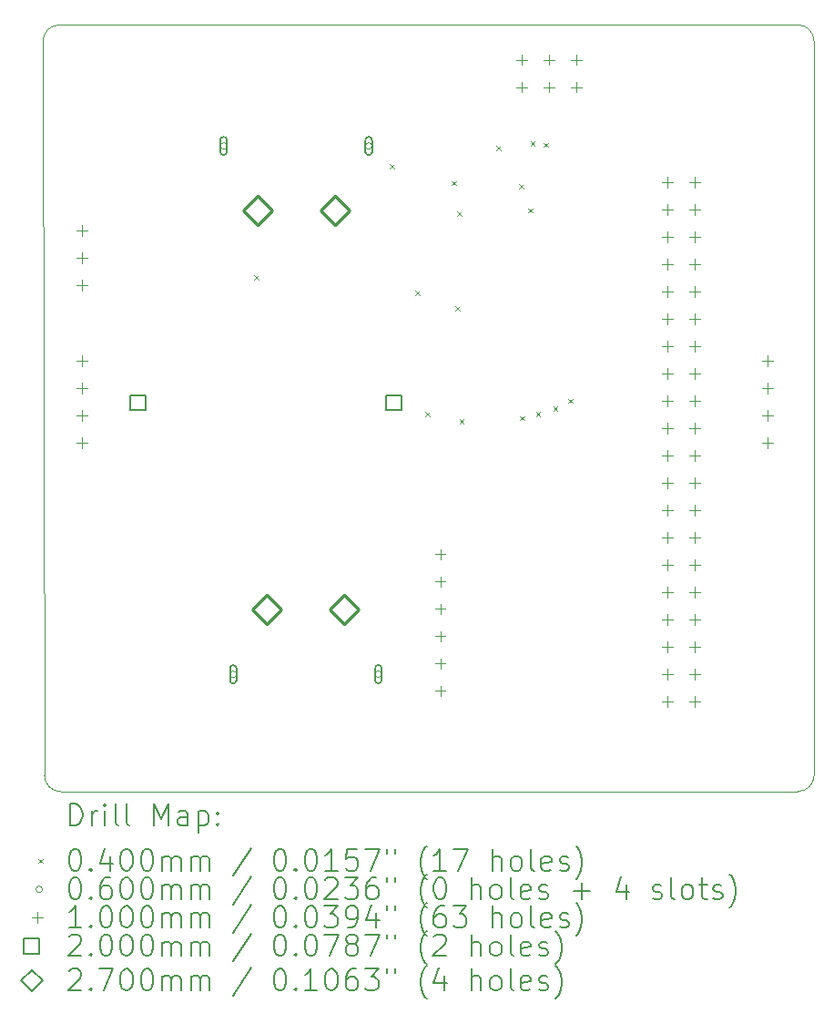
<source format=gbr>
%TF.GenerationSoftware,KiCad,Pcbnew,6.0.8-f2edbf62ab~116~ubuntu22.04.1*%
%TF.CreationDate,2022-11-23T04:07:16-05:00*%
%TF.ProjectId,Pi_HAT_V3,50695f48-4154-45f5-9633-2e6b69636164,rev?*%
%TF.SameCoordinates,Original*%
%TF.FileFunction,Drillmap*%
%TF.FilePolarity,Positive*%
%FSLAX45Y45*%
G04 Gerber Fmt 4.5, Leading zero omitted, Abs format (unit mm)*
G04 Created by KiCad (PCBNEW 6.0.8-f2edbf62ab~116~ubuntu22.04.1) date 2022-11-23 04:07:16*
%MOMM*%
%LPD*%
G01*
G04 APERTURE LIST*
%ADD10C,0.100000*%
%ADD11C,0.200000*%
%ADD12C,0.040000*%
%ADD13C,0.060000*%
%ADD14C,0.270000*%
G04 APERTURE END LIST*
D10*
X9446066Y-6476250D02*
X16315000Y-6473750D01*
X9446066Y-6476246D02*
G75*
G03*
X9296066Y-6626250I4J-150004D01*
G01*
X9310000Y-13450000D02*
X9296066Y-6626250D01*
X16316434Y-13598934D02*
G75*
G03*
X16466434Y-13448934I-4J150004D01*
G01*
X16465000Y-6623750D02*
X16466434Y-13448934D01*
X9310000Y-13450000D02*
G75*
G03*
X9460000Y-13600000I150000J0D01*
G01*
X16465000Y-6623750D02*
G75*
G03*
X16315000Y-6473750I-150000J0D01*
G01*
X16316434Y-13598934D02*
X9460000Y-13600000D01*
D11*
D12*
X11260000Y-8803050D02*
X11300000Y-8843050D01*
X11300000Y-8803050D02*
X11260000Y-8843050D01*
X12520000Y-7770000D02*
X12560000Y-7810000D01*
X12560000Y-7770000D02*
X12520000Y-7810000D01*
X12760000Y-8947950D02*
X12800000Y-8987950D01*
X12800000Y-8947950D02*
X12760000Y-8987950D01*
X12850000Y-10070000D02*
X12890000Y-10110000D01*
X12890000Y-10070000D02*
X12850000Y-10110000D01*
X13095000Y-7925000D02*
X13135000Y-7965000D01*
X13135000Y-7925000D02*
X13095000Y-7965000D01*
X13130000Y-9090000D02*
X13170000Y-9130000D01*
X13170000Y-9090000D02*
X13130000Y-9130000D01*
X13150000Y-8210000D02*
X13190000Y-8250000D01*
X13190000Y-8210000D02*
X13150000Y-8250000D01*
X13170000Y-10140000D02*
X13210000Y-10180000D01*
X13210000Y-10140000D02*
X13170000Y-10180000D01*
X13510000Y-7600000D02*
X13550000Y-7640000D01*
X13550000Y-7600000D02*
X13510000Y-7640000D01*
X13725000Y-7955000D02*
X13765000Y-7995000D01*
X13765000Y-7955000D02*
X13725000Y-7995000D01*
X13730000Y-10110000D02*
X13770000Y-10150000D01*
X13770000Y-10110000D02*
X13730000Y-10150000D01*
X13810000Y-8180000D02*
X13850000Y-8220000D01*
X13850000Y-8180000D02*
X13810000Y-8220000D01*
X13830000Y-7555000D02*
X13870000Y-7595000D01*
X13870000Y-7555000D02*
X13830000Y-7595000D01*
X13880000Y-10070000D02*
X13920000Y-10110000D01*
X13920000Y-10070000D02*
X13880000Y-10110000D01*
X13950000Y-7570000D02*
X13990000Y-7610000D01*
X13990000Y-7570000D02*
X13950000Y-7610000D01*
X14040000Y-10020000D02*
X14080000Y-10060000D01*
X14080000Y-10020000D02*
X14040000Y-10060000D01*
X14180000Y-9950000D02*
X14220000Y-9990000D01*
X14220000Y-9950000D02*
X14180000Y-9990000D01*
D13*
X11005000Y-7600000D02*
G75*
G03*
X11005000Y-7600000I-30000J0D01*
G01*
D11*
X10945000Y-7545000D02*
X10945000Y-7655000D01*
X11005000Y-7545000D02*
X11005000Y-7655000D01*
X10945000Y-7655000D02*
G75*
G03*
X11005000Y-7655000I30000J0D01*
G01*
X11005000Y-7545000D02*
G75*
G03*
X10945000Y-7545000I-30000J0D01*
G01*
D13*
X11095000Y-12510000D02*
G75*
G03*
X11095000Y-12510000I-30000J0D01*
G01*
D11*
X11095000Y-12565000D02*
X11095000Y-12455000D01*
X11035000Y-12565000D02*
X11035000Y-12455000D01*
X11095000Y-12455000D02*
G75*
G03*
X11035000Y-12455000I-30000J0D01*
G01*
X11035000Y-12565000D02*
G75*
G03*
X11095000Y-12565000I30000J0D01*
G01*
D13*
X12355000Y-7600000D02*
G75*
G03*
X12355000Y-7600000I-30000J0D01*
G01*
D11*
X12295000Y-7545000D02*
X12295000Y-7655000D01*
X12355000Y-7545000D02*
X12355000Y-7655000D01*
X12295000Y-7655000D02*
G75*
G03*
X12355000Y-7655000I30000J0D01*
G01*
X12355000Y-7545000D02*
G75*
G03*
X12295000Y-7545000I-30000J0D01*
G01*
D13*
X12445000Y-12510000D02*
G75*
G03*
X12445000Y-12510000I-30000J0D01*
G01*
D11*
X12445000Y-12565000D02*
X12445000Y-12455000D01*
X12385000Y-12565000D02*
X12385000Y-12455000D01*
X12445000Y-12455000D02*
G75*
G03*
X12385000Y-12455000I-30000J0D01*
G01*
X12385000Y-12565000D02*
G75*
G03*
X12445000Y-12565000I30000J0D01*
G01*
D10*
X9655000Y-8337500D02*
X9655000Y-8437500D01*
X9605000Y-8387500D02*
X9705000Y-8387500D01*
X9655000Y-8591500D02*
X9655000Y-8691500D01*
X9605000Y-8641500D02*
X9705000Y-8641500D01*
X9655000Y-8845500D02*
X9655000Y-8945500D01*
X9605000Y-8895500D02*
X9705000Y-8895500D01*
X9655000Y-9550000D02*
X9655000Y-9650000D01*
X9605000Y-9600000D02*
X9705000Y-9600000D01*
X9655000Y-9804000D02*
X9655000Y-9904000D01*
X9605000Y-9854000D02*
X9705000Y-9854000D01*
X9655000Y-10058000D02*
X9655000Y-10158000D01*
X9605000Y-10108000D02*
X9705000Y-10108000D01*
X9655000Y-10312000D02*
X9655000Y-10412000D01*
X9605000Y-10362000D02*
X9705000Y-10362000D01*
X12990000Y-11345000D02*
X12990000Y-11445000D01*
X12940000Y-11395000D02*
X13040000Y-11395000D01*
X12990000Y-11599000D02*
X12990000Y-11699000D01*
X12940000Y-11649000D02*
X13040000Y-11649000D01*
X12990000Y-11853000D02*
X12990000Y-11953000D01*
X12940000Y-11903000D02*
X13040000Y-11903000D01*
X12990000Y-12107000D02*
X12990000Y-12207000D01*
X12940000Y-12157000D02*
X13040000Y-12157000D01*
X12990000Y-12361000D02*
X12990000Y-12461000D01*
X12940000Y-12411000D02*
X13040000Y-12411000D01*
X12990000Y-12615000D02*
X12990000Y-12715000D01*
X12940000Y-12665000D02*
X13040000Y-12665000D01*
X13747500Y-6748500D02*
X13747500Y-6848500D01*
X13697500Y-6798500D02*
X13797500Y-6798500D01*
X13747500Y-7002500D02*
X13747500Y-7102500D01*
X13697500Y-7052500D02*
X13797500Y-7052500D01*
X14001500Y-6748500D02*
X14001500Y-6848500D01*
X13951500Y-6798500D02*
X14051500Y-6798500D01*
X14001500Y-7002500D02*
X14001500Y-7102500D01*
X13951500Y-7052500D02*
X14051500Y-7052500D01*
X14255500Y-6748500D02*
X14255500Y-6848500D01*
X14205500Y-6798500D02*
X14305500Y-6798500D01*
X14255500Y-7002500D02*
X14255500Y-7102500D01*
X14205500Y-7052500D02*
X14305500Y-7052500D01*
X15100000Y-7890000D02*
X15100000Y-7990000D01*
X15050000Y-7940000D02*
X15150000Y-7940000D01*
X15100000Y-8144000D02*
X15100000Y-8244000D01*
X15050000Y-8194000D02*
X15150000Y-8194000D01*
X15100000Y-8398000D02*
X15100000Y-8498000D01*
X15050000Y-8448000D02*
X15150000Y-8448000D01*
X15100000Y-8652000D02*
X15100000Y-8752000D01*
X15050000Y-8702000D02*
X15150000Y-8702000D01*
X15100000Y-8906000D02*
X15100000Y-9006000D01*
X15050000Y-8956000D02*
X15150000Y-8956000D01*
X15100000Y-9160000D02*
X15100000Y-9260000D01*
X15050000Y-9210000D02*
X15150000Y-9210000D01*
X15100000Y-9414000D02*
X15100000Y-9514000D01*
X15050000Y-9464000D02*
X15150000Y-9464000D01*
X15100000Y-9668000D02*
X15100000Y-9768000D01*
X15050000Y-9718000D02*
X15150000Y-9718000D01*
X15100000Y-9922000D02*
X15100000Y-10022000D01*
X15050000Y-9972000D02*
X15150000Y-9972000D01*
X15100000Y-10176000D02*
X15100000Y-10276000D01*
X15050000Y-10226000D02*
X15150000Y-10226000D01*
X15100000Y-10430000D02*
X15100000Y-10530000D01*
X15050000Y-10480000D02*
X15150000Y-10480000D01*
X15100000Y-10684000D02*
X15100000Y-10784000D01*
X15050000Y-10734000D02*
X15150000Y-10734000D01*
X15100000Y-10938000D02*
X15100000Y-11038000D01*
X15050000Y-10988000D02*
X15150000Y-10988000D01*
X15100000Y-11192000D02*
X15100000Y-11292000D01*
X15050000Y-11242000D02*
X15150000Y-11242000D01*
X15100000Y-11446000D02*
X15100000Y-11546000D01*
X15050000Y-11496000D02*
X15150000Y-11496000D01*
X15100000Y-11700000D02*
X15100000Y-11800000D01*
X15050000Y-11750000D02*
X15150000Y-11750000D01*
X15100000Y-11954000D02*
X15100000Y-12054000D01*
X15050000Y-12004000D02*
X15150000Y-12004000D01*
X15100000Y-12208000D02*
X15100000Y-12308000D01*
X15050000Y-12258000D02*
X15150000Y-12258000D01*
X15100000Y-12462000D02*
X15100000Y-12562000D01*
X15050000Y-12512000D02*
X15150000Y-12512000D01*
X15100000Y-12716000D02*
X15100000Y-12816000D01*
X15050000Y-12766000D02*
X15150000Y-12766000D01*
X15354000Y-7890000D02*
X15354000Y-7990000D01*
X15304000Y-7940000D02*
X15404000Y-7940000D01*
X15354000Y-8144000D02*
X15354000Y-8244000D01*
X15304000Y-8194000D02*
X15404000Y-8194000D01*
X15354000Y-8398000D02*
X15354000Y-8498000D01*
X15304000Y-8448000D02*
X15404000Y-8448000D01*
X15354000Y-8652000D02*
X15354000Y-8752000D01*
X15304000Y-8702000D02*
X15404000Y-8702000D01*
X15354000Y-8906000D02*
X15354000Y-9006000D01*
X15304000Y-8956000D02*
X15404000Y-8956000D01*
X15354000Y-9160000D02*
X15354000Y-9260000D01*
X15304000Y-9210000D02*
X15404000Y-9210000D01*
X15354000Y-9414000D02*
X15354000Y-9514000D01*
X15304000Y-9464000D02*
X15404000Y-9464000D01*
X15354000Y-9668000D02*
X15354000Y-9768000D01*
X15304000Y-9718000D02*
X15404000Y-9718000D01*
X15354000Y-9922000D02*
X15354000Y-10022000D01*
X15304000Y-9972000D02*
X15404000Y-9972000D01*
X15354000Y-10176000D02*
X15354000Y-10276000D01*
X15304000Y-10226000D02*
X15404000Y-10226000D01*
X15354000Y-10430000D02*
X15354000Y-10530000D01*
X15304000Y-10480000D02*
X15404000Y-10480000D01*
X15354000Y-10684000D02*
X15354000Y-10784000D01*
X15304000Y-10734000D02*
X15404000Y-10734000D01*
X15354000Y-10938000D02*
X15354000Y-11038000D01*
X15304000Y-10988000D02*
X15404000Y-10988000D01*
X15354000Y-11192000D02*
X15354000Y-11292000D01*
X15304000Y-11242000D02*
X15404000Y-11242000D01*
X15354000Y-11446000D02*
X15354000Y-11546000D01*
X15304000Y-11496000D02*
X15404000Y-11496000D01*
X15354000Y-11700000D02*
X15354000Y-11800000D01*
X15304000Y-11750000D02*
X15404000Y-11750000D01*
X15354000Y-11954000D02*
X15354000Y-12054000D01*
X15304000Y-12004000D02*
X15404000Y-12004000D01*
X15354000Y-12208000D02*
X15354000Y-12308000D01*
X15304000Y-12258000D02*
X15404000Y-12258000D01*
X15354000Y-12462000D02*
X15354000Y-12562000D01*
X15304000Y-12512000D02*
X15404000Y-12512000D01*
X15354000Y-12716000D02*
X15354000Y-12816000D01*
X15304000Y-12766000D02*
X15404000Y-12766000D01*
X16035000Y-9550000D02*
X16035000Y-9650000D01*
X15985000Y-9600000D02*
X16085000Y-9600000D01*
X16035000Y-9804000D02*
X16035000Y-9904000D01*
X15985000Y-9854000D02*
X16085000Y-9854000D01*
X16035000Y-10058000D02*
X16035000Y-10158000D01*
X15985000Y-10108000D02*
X16085000Y-10108000D01*
X16035000Y-10312000D02*
X16035000Y-10412000D01*
X15985000Y-10362000D02*
X16085000Y-10362000D01*
D11*
X10250711Y-10055711D02*
X10250711Y-9914289D01*
X10109289Y-9914289D01*
X10109289Y-10055711D01*
X10250711Y-10055711D01*
X12630711Y-10055711D02*
X12630711Y-9914289D01*
X12489289Y-9914289D01*
X12489289Y-10055711D01*
X12630711Y-10055711D01*
D14*
X11290000Y-8335000D02*
X11425000Y-8200000D01*
X11290000Y-8065000D01*
X11155000Y-8200000D01*
X11290000Y-8335000D01*
X11380000Y-12045000D02*
X11515000Y-11910000D01*
X11380000Y-11775000D01*
X11245000Y-11910000D01*
X11380000Y-12045000D01*
X12010000Y-8335000D02*
X12145000Y-8200000D01*
X12010000Y-8065000D01*
X11875000Y-8200000D01*
X12010000Y-8335000D01*
X12100000Y-12045000D02*
X12235000Y-11910000D01*
X12100000Y-11775000D01*
X11965000Y-11910000D01*
X12100000Y-12045000D01*
D11*
X9548685Y-13915476D02*
X9548685Y-13715476D01*
X9596304Y-13715476D01*
X9624876Y-13725000D01*
X9643923Y-13744048D01*
X9653447Y-13763095D01*
X9662971Y-13801190D01*
X9662971Y-13829762D01*
X9653447Y-13867857D01*
X9643923Y-13886905D01*
X9624876Y-13905952D01*
X9596304Y-13915476D01*
X9548685Y-13915476D01*
X9748685Y-13915476D02*
X9748685Y-13782143D01*
X9748685Y-13820238D02*
X9758209Y-13801190D01*
X9767733Y-13791667D01*
X9786780Y-13782143D01*
X9805828Y-13782143D01*
X9872495Y-13915476D02*
X9872495Y-13782143D01*
X9872495Y-13715476D02*
X9862971Y-13725000D01*
X9872495Y-13734524D01*
X9882018Y-13725000D01*
X9872495Y-13715476D01*
X9872495Y-13734524D01*
X9996304Y-13915476D02*
X9977256Y-13905952D01*
X9967733Y-13886905D01*
X9967733Y-13715476D01*
X10101066Y-13915476D02*
X10082018Y-13905952D01*
X10072495Y-13886905D01*
X10072495Y-13715476D01*
X10329637Y-13915476D02*
X10329637Y-13715476D01*
X10396304Y-13858333D01*
X10462971Y-13715476D01*
X10462971Y-13915476D01*
X10643923Y-13915476D02*
X10643923Y-13810714D01*
X10634399Y-13791667D01*
X10615352Y-13782143D01*
X10577256Y-13782143D01*
X10558209Y-13791667D01*
X10643923Y-13905952D02*
X10624876Y-13915476D01*
X10577256Y-13915476D01*
X10558209Y-13905952D01*
X10548685Y-13886905D01*
X10548685Y-13867857D01*
X10558209Y-13848809D01*
X10577256Y-13839286D01*
X10624876Y-13839286D01*
X10643923Y-13829762D01*
X10739161Y-13782143D02*
X10739161Y-13982143D01*
X10739161Y-13791667D02*
X10758209Y-13782143D01*
X10796304Y-13782143D01*
X10815352Y-13791667D01*
X10824876Y-13801190D01*
X10834399Y-13820238D01*
X10834399Y-13877381D01*
X10824876Y-13896428D01*
X10815352Y-13905952D01*
X10796304Y-13915476D01*
X10758209Y-13915476D01*
X10739161Y-13905952D01*
X10920114Y-13896428D02*
X10929637Y-13905952D01*
X10920114Y-13915476D01*
X10910590Y-13905952D01*
X10920114Y-13896428D01*
X10920114Y-13915476D01*
X10920114Y-13791667D02*
X10929637Y-13801190D01*
X10920114Y-13810714D01*
X10910590Y-13801190D01*
X10920114Y-13791667D01*
X10920114Y-13810714D01*
D12*
X9251066Y-14225000D02*
X9291066Y-14265000D01*
X9291066Y-14225000D02*
X9251066Y-14265000D01*
D11*
X9586780Y-14135476D02*
X9605828Y-14135476D01*
X9624876Y-14145000D01*
X9634399Y-14154524D01*
X9643923Y-14173571D01*
X9653447Y-14211667D01*
X9653447Y-14259286D01*
X9643923Y-14297381D01*
X9634399Y-14316428D01*
X9624876Y-14325952D01*
X9605828Y-14335476D01*
X9586780Y-14335476D01*
X9567733Y-14325952D01*
X9558209Y-14316428D01*
X9548685Y-14297381D01*
X9539161Y-14259286D01*
X9539161Y-14211667D01*
X9548685Y-14173571D01*
X9558209Y-14154524D01*
X9567733Y-14145000D01*
X9586780Y-14135476D01*
X9739161Y-14316428D02*
X9748685Y-14325952D01*
X9739161Y-14335476D01*
X9729637Y-14325952D01*
X9739161Y-14316428D01*
X9739161Y-14335476D01*
X9920114Y-14202143D02*
X9920114Y-14335476D01*
X9872495Y-14125952D02*
X9824876Y-14268809D01*
X9948685Y-14268809D01*
X10062971Y-14135476D02*
X10082018Y-14135476D01*
X10101066Y-14145000D01*
X10110590Y-14154524D01*
X10120114Y-14173571D01*
X10129637Y-14211667D01*
X10129637Y-14259286D01*
X10120114Y-14297381D01*
X10110590Y-14316428D01*
X10101066Y-14325952D01*
X10082018Y-14335476D01*
X10062971Y-14335476D01*
X10043923Y-14325952D01*
X10034399Y-14316428D01*
X10024876Y-14297381D01*
X10015352Y-14259286D01*
X10015352Y-14211667D01*
X10024876Y-14173571D01*
X10034399Y-14154524D01*
X10043923Y-14145000D01*
X10062971Y-14135476D01*
X10253447Y-14135476D02*
X10272495Y-14135476D01*
X10291542Y-14145000D01*
X10301066Y-14154524D01*
X10310590Y-14173571D01*
X10320114Y-14211667D01*
X10320114Y-14259286D01*
X10310590Y-14297381D01*
X10301066Y-14316428D01*
X10291542Y-14325952D01*
X10272495Y-14335476D01*
X10253447Y-14335476D01*
X10234399Y-14325952D01*
X10224876Y-14316428D01*
X10215352Y-14297381D01*
X10205828Y-14259286D01*
X10205828Y-14211667D01*
X10215352Y-14173571D01*
X10224876Y-14154524D01*
X10234399Y-14145000D01*
X10253447Y-14135476D01*
X10405828Y-14335476D02*
X10405828Y-14202143D01*
X10405828Y-14221190D02*
X10415352Y-14211667D01*
X10434399Y-14202143D01*
X10462971Y-14202143D01*
X10482018Y-14211667D01*
X10491542Y-14230714D01*
X10491542Y-14335476D01*
X10491542Y-14230714D02*
X10501066Y-14211667D01*
X10520114Y-14202143D01*
X10548685Y-14202143D01*
X10567733Y-14211667D01*
X10577256Y-14230714D01*
X10577256Y-14335476D01*
X10672495Y-14335476D02*
X10672495Y-14202143D01*
X10672495Y-14221190D02*
X10682018Y-14211667D01*
X10701066Y-14202143D01*
X10729637Y-14202143D01*
X10748685Y-14211667D01*
X10758209Y-14230714D01*
X10758209Y-14335476D01*
X10758209Y-14230714D02*
X10767733Y-14211667D01*
X10786780Y-14202143D01*
X10815352Y-14202143D01*
X10834399Y-14211667D01*
X10843923Y-14230714D01*
X10843923Y-14335476D01*
X11234399Y-14125952D02*
X11062971Y-14383095D01*
X11491542Y-14135476D02*
X11510590Y-14135476D01*
X11529637Y-14145000D01*
X11539161Y-14154524D01*
X11548685Y-14173571D01*
X11558209Y-14211667D01*
X11558209Y-14259286D01*
X11548685Y-14297381D01*
X11539161Y-14316428D01*
X11529637Y-14325952D01*
X11510590Y-14335476D01*
X11491542Y-14335476D01*
X11472494Y-14325952D01*
X11462971Y-14316428D01*
X11453447Y-14297381D01*
X11443923Y-14259286D01*
X11443923Y-14211667D01*
X11453447Y-14173571D01*
X11462971Y-14154524D01*
X11472494Y-14145000D01*
X11491542Y-14135476D01*
X11643923Y-14316428D02*
X11653447Y-14325952D01*
X11643923Y-14335476D01*
X11634399Y-14325952D01*
X11643923Y-14316428D01*
X11643923Y-14335476D01*
X11777256Y-14135476D02*
X11796304Y-14135476D01*
X11815352Y-14145000D01*
X11824875Y-14154524D01*
X11834399Y-14173571D01*
X11843923Y-14211667D01*
X11843923Y-14259286D01*
X11834399Y-14297381D01*
X11824875Y-14316428D01*
X11815352Y-14325952D01*
X11796304Y-14335476D01*
X11777256Y-14335476D01*
X11758209Y-14325952D01*
X11748685Y-14316428D01*
X11739161Y-14297381D01*
X11729637Y-14259286D01*
X11729637Y-14211667D01*
X11739161Y-14173571D01*
X11748685Y-14154524D01*
X11758209Y-14145000D01*
X11777256Y-14135476D01*
X12034399Y-14335476D02*
X11920114Y-14335476D01*
X11977256Y-14335476D02*
X11977256Y-14135476D01*
X11958209Y-14164048D01*
X11939161Y-14183095D01*
X11920114Y-14192619D01*
X12215352Y-14135476D02*
X12120114Y-14135476D01*
X12110590Y-14230714D01*
X12120114Y-14221190D01*
X12139161Y-14211667D01*
X12186780Y-14211667D01*
X12205828Y-14221190D01*
X12215352Y-14230714D01*
X12224875Y-14249762D01*
X12224875Y-14297381D01*
X12215352Y-14316428D01*
X12205828Y-14325952D01*
X12186780Y-14335476D01*
X12139161Y-14335476D01*
X12120114Y-14325952D01*
X12110590Y-14316428D01*
X12291542Y-14135476D02*
X12424875Y-14135476D01*
X12339161Y-14335476D01*
X12491542Y-14135476D02*
X12491542Y-14173571D01*
X12567733Y-14135476D02*
X12567733Y-14173571D01*
X12862971Y-14411667D02*
X12853447Y-14402143D01*
X12834399Y-14373571D01*
X12824875Y-14354524D01*
X12815352Y-14325952D01*
X12805828Y-14278333D01*
X12805828Y-14240238D01*
X12815352Y-14192619D01*
X12824875Y-14164048D01*
X12834399Y-14145000D01*
X12853447Y-14116428D01*
X12862971Y-14106905D01*
X13043923Y-14335476D02*
X12929637Y-14335476D01*
X12986780Y-14335476D02*
X12986780Y-14135476D01*
X12967733Y-14164048D01*
X12948685Y-14183095D01*
X12929637Y-14192619D01*
X13110590Y-14135476D02*
X13243923Y-14135476D01*
X13158209Y-14335476D01*
X13472494Y-14335476D02*
X13472494Y-14135476D01*
X13558209Y-14335476D02*
X13558209Y-14230714D01*
X13548685Y-14211667D01*
X13529637Y-14202143D01*
X13501066Y-14202143D01*
X13482018Y-14211667D01*
X13472494Y-14221190D01*
X13682018Y-14335476D02*
X13662971Y-14325952D01*
X13653447Y-14316428D01*
X13643923Y-14297381D01*
X13643923Y-14240238D01*
X13653447Y-14221190D01*
X13662971Y-14211667D01*
X13682018Y-14202143D01*
X13710590Y-14202143D01*
X13729637Y-14211667D01*
X13739161Y-14221190D01*
X13748685Y-14240238D01*
X13748685Y-14297381D01*
X13739161Y-14316428D01*
X13729637Y-14325952D01*
X13710590Y-14335476D01*
X13682018Y-14335476D01*
X13862971Y-14335476D02*
X13843923Y-14325952D01*
X13834399Y-14306905D01*
X13834399Y-14135476D01*
X14015352Y-14325952D02*
X13996304Y-14335476D01*
X13958209Y-14335476D01*
X13939161Y-14325952D01*
X13929637Y-14306905D01*
X13929637Y-14230714D01*
X13939161Y-14211667D01*
X13958209Y-14202143D01*
X13996304Y-14202143D01*
X14015352Y-14211667D01*
X14024875Y-14230714D01*
X14024875Y-14249762D01*
X13929637Y-14268809D01*
X14101066Y-14325952D02*
X14120114Y-14335476D01*
X14158209Y-14335476D01*
X14177256Y-14325952D01*
X14186780Y-14306905D01*
X14186780Y-14297381D01*
X14177256Y-14278333D01*
X14158209Y-14268809D01*
X14129637Y-14268809D01*
X14110590Y-14259286D01*
X14101066Y-14240238D01*
X14101066Y-14230714D01*
X14110590Y-14211667D01*
X14129637Y-14202143D01*
X14158209Y-14202143D01*
X14177256Y-14211667D01*
X14253447Y-14411667D02*
X14262971Y-14402143D01*
X14282018Y-14373571D01*
X14291542Y-14354524D01*
X14301066Y-14325952D01*
X14310590Y-14278333D01*
X14310590Y-14240238D01*
X14301066Y-14192619D01*
X14291542Y-14164048D01*
X14282018Y-14145000D01*
X14262971Y-14116428D01*
X14253447Y-14106905D01*
D13*
X9291066Y-14509000D02*
G75*
G03*
X9291066Y-14509000I-30000J0D01*
G01*
D11*
X9586780Y-14399476D02*
X9605828Y-14399476D01*
X9624876Y-14409000D01*
X9634399Y-14418524D01*
X9643923Y-14437571D01*
X9653447Y-14475667D01*
X9653447Y-14523286D01*
X9643923Y-14561381D01*
X9634399Y-14580428D01*
X9624876Y-14589952D01*
X9605828Y-14599476D01*
X9586780Y-14599476D01*
X9567733Y-14589952D01*
X9558209Y-14580428D01*
X9548685Y-14561381D01*
X9539161Y-14523286D01*
X9539161Y-14475667D01*
X9548685Y-14437571D01*
X9558209Y-14418524D01*
X9567733Y-14409000D01*
X9586780Y-14399476D01*
X9739161Y-14580428D02*
X9748685Y-14589952D01*
X9739161Y-14599476D01*
X9729637Y-14589952D01*
X9739161Y-14580428D01*
X9739161Y-14599476D01*
X9920114Y-14399476D02*
X9882018Y-14399476D01*
X9862971Y-14409000D01*
X9853447Y-14418524D01*
X9834399Y-14447095D01*
X9824876Y-14485190D01*
X9824876Y-14561381D01*
X9834399Y-14580428D01*
X9843923Y-14589952D01*
X9862971Y-14599476D01*
X9901066Y-14599476D01*
X9920114Y-14589952D01*
X9929637Y-14580428D01*
X9939161Y-14561381D01*
X9939161Y-14513762D01*
X9929637Y-14494714D01*
X9920114Y-14485190D01*
X9901066Y-14475667D01*
X9862971Y-14475667D01*
X9843923Y-14485190D01*
X9834399Y-14494714D01*
X9824876Y-14513762D01*
X10062971Y-14399476D02*
X10082018Y-14399476D01*
X10101066Y-14409000D01*
X10110590Y-14418524D01*
X10120114Y-14437571D01*
X10129637Y-14475667D01*
X10129637Y-14523286D01*
X10120114Y-14561381D01*
X10110590Y-14580428D01*
X10101066Y-14589952D01*
X10082018Y-14599476D01*
X10062971Y-14599476D01*
X10043923Y-14589952D01*
X10034399Y-14580428D01*
X10024876Y-14561381D01*
X10015352Y-14523286D01*
X10015352Y-14475667D01*
X10024876Y-14437571D01*
X10034399Y-14418524D01*
X10043923Y-14409000D01*
X10062971Y-14399476D01*
X10253447Y-14399476D02*
X10272495Y-14399476D01*
X10291542Y-14409000D01*
X10301066Y-14418524D01*
X10310590Y-14437571D01*
X10320114Y-14475667D01*
X10320114Y-14523286D01*
X10310590Y-14561381D01*
X10301066Y-14580428D01*
X10291542Y-14589952D01*
X10272495Y-14599476D01*
X10253447Y-14599476D01*
X10234399Y-14589952D01*
X10224876Y-14580428D01*
X10215352Y-14561381D01*
X10205828Y-14523286D01*
X10205828Y-14475667D01*
X10215352Y-14437571D01*
X10224876Y-14418524D01*
X10234399Y-14409000D01*
X10253447Y-14399476D01*
X10405828Y-14599476D02*
X10405828Y-14466143D01*
X10405828Y-14485190D02*
X10415352Y-14475667D01*
X10434399Y-14466143D01*
X10462971Y-14466143D01*
X10482018Y-14475667D01*
X10491542Y-14494714D01*
X10491542Y-14599476D01*
X10491542Y-14494714D02*
X10501066Y-14475667D01*
X10520114Y-14466143D01*
X10548685Y-14466143D01*
X10567733Y-14475667D01*
X10577256Y-14494714D01*
X10577256Y-14599476D01*
X10672495Y-14599476D02*
X10672495Y-14466143D01*
X10672495Y-14485190D02*
X10682018Y-14475667D01*
X10701066Y-14466143D01*
X10729637Y-14466143D01*
X10748685Y-14475667D01*
X10758209Y-14494714D01*
X10758209Y-14599476D01*
X10758209Y-14494714D02*
X10767733Y-14475667D01*
X10786780Y-14466143D01*
X10815352Y-14466143D01*
X10834399Y-14475667D01*
X10843923Y-14494714D01*
X10843923Y-14599476D01*
X11234399Y-14389952D02*
X11062971Y-14647095D01*
X11491542Y-14399476D02*
X11510590Y-14399476D01*
X11529637Y-14409000D01*
X11539161Y-14418524D01*
X11548685Y-14437571D01*
X11558209Y-14475667D01*
X11558209Y-14523286D01*
X11548685Y-14561381D01*
X11539161Y-14580428D01*
X11529637Y-14589952D01*
X11510590Y-14599476D01*
X11491542Y-14599476D01*
X11472494Y-14589952D01*
X11462971Y-14580428D01*
X11453447Y-14561381D01*
X11443923Y-14523286D01*
X11443923Y-14475667D01*
X11453447Y-14437571D01*
X11462971Y-14418524D01*
X11472494Y-14409000D01*
X11491542Y-14399476D01*
X11643923Y-14580428D02*
X11653447Y-14589952D01*
X11643923Y-14599476D01*
X11634399Y-14589952D01*
X11643923Y-14580428D01*
X11643923Y-14599476D01*
X11777256Y-14399476D02*
X11796304Y-14399476D01*
X11815352Y-14409000D01*
X11824875Y-14418524D01*
X11834399Y-14437571D01*
X11843923Y-14475667D01*
X11843923Y-14523286D01*
X11834399Y-14561381D01*
X11824875Y-14580428D01*
X11815352Y-14589952D01*
X11796304Y-14599476D01*
X11777256Y-14599476D01*
X11758209Y-14589952D01*
X11748685Y-14580428D01*
X11739161Y-14561381D01*
X11729637Y-14523286D01*
X11729637Y-14475667D01*
X11739161Y-14437571D01*
X11748685Y-14418524D01*
X11758209Y-14409000D01*
X11777256Y-14399476D01*
X11920114Y-14418524D02*
X11929637Y-14409000D01*
X11948685Y-14399476D01*
X11996304Y-14399476D01*
X12015352Y-14409000D01*
X12024875Y-14418524D01*
X12034399Y-14437571D01*
X12034399Y-14456619D01*
X12024875Y-14485190D01*
X11910590Y-14599476D01*
X12034399Y-14599476D01*
X12101066Y-14399476D02*
X12224875Y-14399476D01*
X12158209Y-14475667D01*
X12186780Y-14475667D01*
X12205828Y-14485190D01*
X12215352Y-14494714D01*
X12224875Y-14513762D01*
X12224875Y-14561381D01*
X12215352Y-14580428D01*
X12205828Y-14589952D01*
X12186780Y-14599476D01*
X12129637Y-14599476D01*
X12110590Y-14589952D01*
X12101066Y-14580428D01*
X12396304Y-14399476D02*
X12358209Y-14399476D01*
X12339161Y-14409000D01*
X12329637Y-14418524D01*
X12310590Y-14447095D01*
X12301066Y-14485190D01*
X12301066Y-14561381D01*
X12310590Y-14580428D01*
X12320114Y-14589952D01*
X12339161Y-14599476D01*
X12377256Y-14599476D01*
X12396304Y-14589952D01*
X12405828Y-14580428D01*
X12415352Y-14561381D01*
X12415352Y-14513762D01*
X12405828Y-14494714D01*
X12396304Y-14485190D01*
X12377256Y-14475667D01*
X12339161Y-14475667D01*
X12320114Y-14485190D01*
X12310590Y-14494714D01*
X12301066Y-14513762D01*
X12491542Y-14399476D02*
X12491542Y-14437571D01*
X12567733Y-14399476D02*
X12567733Y-14437571D01*
X12862971Y-14675667D02*
X12853447Y-14666143D01*
X12834399Y-14637571D01*
X12824875Y-14618524D01*
X12815352Y-14589952D01*
X12805828Y-14542333D01*
X12805828Y-14504238D01*
X12815352Y-14456619D01*
X12824875Y-14428048D01*
X12834399Y-14409000D01*
X12853447Y-14380428D01*
X12862971Y-14370905D01*
X12977256Y-14399476D02*
X12996304Y-14399476D01*
X13015352Y-14409000D01*
X13024875Y-14418524D01*
X13034399Y-14437571D01*
X13043923Y-14475667D01*
X13043923Y-14523286D01*
X13034399Y-14561381D01*
X13024875Y-14580428D01*
X13015352Y-14589952D01*
X12996304Y-14599476D01*
X12977256Y-14599476D01*
X12958209Y-14589952D01*
X12948685Y-14580428D01*
X12939161Y-14561381D01*
X12929637Y-14523286D01*
X12929637Y-14475667D01*
X12939161Y-14437571D01*
X12948685Y-14418524D01*
X12958209Y-14409000D01*
X12977256Y-14399476D01*
X13282018Y-14599476D02*
X13282018Y-14399476D01*
X13367733Y-14599476D02*
X13367733Y-14494714D01*
X13358209Y-14475667D01*
X13339161Y-14466143D01*
X13310590Y-14466143D01*
X13291542Y-14475667D01*
X13282018Y-14485190D01*
X13491542Y-14599476D02*
X13472494Y-14589952D01*
X13462971Y-14580428D01*
X13453447Y-14561381D01*
X13453447Y-14504238D01*
X13462971Y-14485190D01*
X13472494Y-14475667D01*
X13491542Y-14466143D01*
X13520114Y-14466143D01*
X13539161Y-14475667D01*
X13548685Y-14485190D01*
X13558209Y-14504238D01*
X13558209Y-14561381D01*
X13548685Y-14580428D01*
X13539161Y-14589952D01*
X13520114Y-14599476D01*
X13491542Y-14599476D01*
X13672494Y-14599476D02*
X13653447Y-14589952D01*
X13643923Y-14570905D01*
X13643923Y-14399476D01*
X13824875Y-14589952D02*
X13805828Y-14599476D01*
X13767733Y-14599476D01*
X13748685Y-14589952D01*
X13739161Y-14570905D01*
X13739161Y-14494714D01*
X13748685Y-14475667D01*
X13767733Y-14466143D01*
X13805828Y-14466143D01*
X13824875Y-14475667D01*
X13834399Y-14494714D01*
X13834399Y-14513762D01*
X13739161Y-14532809D01*
X13910590Y-14589952D02*
X13929637Y-14599476D01*
X13967733Y-14599476D01*
X13986780Y-14589952D01*
X13996304Y-14570905D01*
X13996304Y-14561381D01*
X13986780Y-14542333D01*
X13967733Y-14532809D01*
X13939161Y-14532809D01*
X13920114Y-14523286D01*
X13910590Y-14504238D01*
X13910590Y-14494714D01*
X13920114Y-14475667D01*
X13939161Y-14466143D01*
X13967733Y-14466143D01*
X13986780Y-14475667D01*
X14234399Y-14523286D02*
X14386780Y-14523286D01*
X14310590Y-14599476D02*
X14310590Y-14447095D01*
X14720114Y-14466143D02*
X14720114Y-14599476D01*
X14672494Y-14389952D02*
X14624875Y-14532809D01*
X14748685Y-14532809D01*
X14967733Y-14589952D02*
X14986780Y-14599476D01*
X15024875Y-14599476D01*
X15043923Y-14589952D01*
X15053447Y-14570905D01*
X15053447Y-14561381D01*
X15043923Y-14542333D01*
X15024875Y-14532809D01*
X14996304Y-14532809D01*
X14977256Y-14523286D01*
X14967733Y-14504238D01*
X14967733Y-14494714D01*
X14977256Y-14475667D01*
X14996304Y-14466143D01*
X15024875Y-14466143D01*
X15043923Y-14475667D01*
X15167733Y-14599476D02*
X15148685Y-14589952D01*
X15139161Y-14570905D01*
X15139161Y-14399476D01*
X15272494Y-14599476D02*
X15253447Y-14589952D01*
X15243923Y-14580428D01*
X15234399Y-14561381D01*
X15234399Y-14504238D01*
X15243923Y-14485190D01*
X15253447Y-14475667D01*
X15272494Y-14466143D01*
X15301066Y-14466143D01*
X15320114Y-14475667D01*
X15329637Y-14485190D01*
X15339161Y-14504238D01*
X15339161Y-14561381D01*
X15329637Y-14580428D01*
X15320114Y-14589952D01*
X15301066Y-14599476D01*
X15272494Y-14599476D01*
X15396304Y-14466143D02*
X15472494Y-14466143D01*
X15424875Y-14399476D02*
X15424875Y-14570905D01*
X15434399Y-14589952D01*
X15453447Y-14599476D01*
X15472494Y-14599476D01*
X15529637Y-14589952D02*
X15548685Y-14599476D01*
X15586780Y-14599476D01*
X15605828Y-14589952D01*
X15615352Y-14570905D01*
X15615352Y-14561381D01*
X15605828Y-14542333D01*
X15586780Y-14532809D01*
X15558209Y-14532809D01*
X15539161Y-14523286D01*
X15529637Y-14504238D01*
X15529637Y-14494714D01*
X15539161Y-14475667D01*
X15558209Y-14466143D01*
X15586780Y-14466143D01*
X15605828Y-14475667D01*
X15682018Y-14675667D02*
X15691542Y-14666143D01*
X15710590Y-14637571D01*
X15720114Y-14618524D01*
X15729637Y-14589952D01*
X15739161Y-14542333D01*
X15739161Y-14504238D01*
X15729637Y-14456619D01*
X15720114Y-14428048D01*
X15710590Y-14409000D01*
X15691542Y-14380428D01*
X15682018Y-14370905D01*
D10*
X9241066Y-14723000D02*
X9241066Y-14823000D01*
X9191066Y-14773000D02*
X9291066Y-14773000D01*
D11*
X9653447Y-14863476D02*
X9539161Y-14863476D01*
X9596304Y-14863476D02*
X9596304Y-14663476D01*
X9577256Y-14692048D01*
X9558209Y-14711095D01*
X9539161Y-14720619D01*
X9739161Y-14844428D02*
X9748685Y-14853952D01*
X9739161Y-14863476D01*
X9729637Y-14853952D01*
X9739161Y-14844428D01*
X9739161Y-14863476D01*
X9872495Y-14663476D02*
X9891542Y-14663476D01*
X9910590Y-14673000D01*
X9920114Y-14682524D01*
X9929637Y-14701571D01*
X9939161Y-14739667D01*
X9939161Y-14787286D01*
X9929637Y-14825381D01*
X9920114Y-14844428D01*
X9910590Y-14853952D01*
X9891542Y-14863476D01*
X9872495Y-14863476D01*
X9853447Y-14853952D01*
X9843923Y-14844428D01*
X9834399Y-14825381D01*
X9824876Y-14787286D01*
X9824876Y-14739667D01*
X9834399Y-14701571D01*
X9843923Y-14682524D01*
X9853447Y-14673000D01*
X9872495Y-14663476D01*
X10062971Y-14663476D02*
X10082018Y-14663476D01*
X10101066Y-14673000D01*
X10110590Y-14682524D01*
X10120114Y-14701571D01*
X10129637Y-14739667D01*
X10129637Y-14787286D01*
X10120114Y-14825381D01*
X10110590Y-14844428D01*
X10101066Y-14853952D01*
X10082018Y-14863476D01*
X10062971Y-14863476D01*
X10043923Y-14853952D01*
X10034399Y-14844428D01*
X10024876Y-14825381D01*
X10015352Y-14787286D01*
X10015352Y-14739667D01*
X10024876Y-14701571D01*
X10034399Y-14682524D01*
X10043923Y-14673000D01*
X10062971Y-14663476D01*
X10253447Y-14663476D02*
X10272495Y-14663476D01*
X10291542Y-14673000D01*
X10301066Y-14682524D01*
X10310590Y-14701571D01*
X10320114Y-14739667D01*
X10320114Y-14787286D01*
X10310590Y-14825381D01*
X10301066Y-14844428D01*
X10291542Y-14853952D01*
X10272495Y-14863476D01*
X10253447Y-14863476D01*
X10234399Y-14853952D01*
X10224876Y-14844428D01*
X10215352Y-14825381D01*
X10205828Y-14787286D01*
X10205828Y-14739667D01*
X10215352Y-14701571D01*
X10224876Y-14682524D01*
X10234399Y-14673000D01*
X10253447Y-14663476D01*
X10405828Y-14863476D02*
X10405828Y-14730143D01*
X10405828Y-14749190D02*
X10415352Y-14739667D01*
X10434399Y-14730143D01*
X10462971Y-14730143D01*
X10482018Y-14739667D01*
X10491542Y-14758714D01*
X10491542Y-14863476D01*
X10491542Y-14758714D02*
X10501066Y-14739667D01*
X10520114Y-14730143D01*
X10548685Y-14730143D01*
X10567733Y-14739667D01*
X10577256Y-14758714D01*
X10577256Y-14863476D01*
X10672495Y-14863476D02*
X10672495Y-14730143D01*
X10672495Y-14749190D02*
X10682018Y-14739667D01*
X10701066Y-14730143D01*
X10729637Y-14730143D01*
X10748685Y-14739667D01*
X10758209Y-14758714D01*
X10758209Y-14863476D01*
X10758209Y-14758714D02*
X10767733Y-14739667D01*
X10786780Y-14730143D01*
X10815352Y-14730143D01*
X10834399Y-14739667D01*
X10843923Y-14758714D01*
X10843923Y-14863476D01*
X11234399Y-14653952D02*
X11062971Y-14911095D01*
X11491542Y-14663476D02*
X11510590Y-14663476D01*
X11529637Y-14673000D01*
X11539161Y-14682524D01*
X11548685Y-14701571D01*
X11558209Y-14739667D01*
X11558209Y-14787286D01*
X11548685Y-14825381D01*
X11539161Y-14844428D01*
X11529637Y-14853952D01*
X11510590Y-14863476D01*
X11491542Y-14863476D01*
X11472494Y-14853952D01*
X11462971Y-14844428D01*
X11453447Y-14825381D01*
X11443923Y-14787286D01*
X11443923Y-14739667D01*
X11453447Y-14701571D01*
X11462971Y-14682524D01*
X11472494Y-14673000D01*
X11491542Y-14663476D01*
X11643923Y-14844428D02*
X11653447Y-14853952D01*
X11643923Y-14863476D01*
X11634399Y-14853952D01*
X11643923Y-14844428D01*
X11643923Y-14863476D01*
X11777256Y-14663476D02*
X11796304Y-14663476D01*
X11815352Y-14673000D01*
X11824875Y-14682524D01*
X11834399Y-14701571D01*
X11843923Y-14739667D01*
X11843923Y-14787286D01*
X11834399Y-14825381D01*
X11824875Y-14844428D01*
X11815352Y-14853952D01*
X11796304Y-14863476D01*
X11777256Y-14863476D01*
X11758209Y-14853952D01*
X11748685Y-14844428D01*
X11739161Y-14825381D01*
X11729637Y-14787286D01*
X11729637Y-14739667D01*
X11739161Y-14701571D01*
X11748685Y-14682524D01*
X11758209Y-14673000D01*
X11777256Y-14663476D01*
X11910590Y-14663476D02*
X12034399Y-14663476D01*
X11967733Y-14739667D01*
X11996304Y-14739667D01*
X12015352Y-14749190D01*
X12024875Y-14758714D01*
X12034399Y-14777762D01*
X12034399Y-14825381D01*
X12024875Y-14844428D01*
X12015352Y-14853952D01*
X11996304Y-14863476D01*
X11939161Y-14863476D01*
X11920114Y-14853952D01*
X11910590Y-14844428D01*
X12129637Y-14863476D02*
X12167733Y-14863476D01*
X12186780Y-14853952D01*
X12196304Y-14844428D01*
X12215352Y-14815857D01*
X12224875Y-14777762D01*
X12224875Y-14701571D01*
X12215352Y-14682524D01*
X12205828Y-14673000D01*
X12186780Y-14663476D01*
X12148685Y-14663476D01*
X12129637Y-14673000D01*
X12120114Y-14682524D01*
X12110590Y-14701571D01*
X12110590Y-14749190D01*
X12120114Y-14768238D01*
X12129637Y-14777762D01*
X12148685Y-14787286D01*
X12186780Y-14787286D01*
X12205828Y-14777762D01*
X12215352Y-14768238D01*
X12224875Y-14749190D01*
X12396304Y-14730143D02*
X12396304Y-14863476D01*
X12348685Y-14653952D02*
X12301066Y-14796809D01*
X12424875Y-14796809D01*
X12491542Y-14663476D02*
X12491542Y-14701571D01*
X12567733Y-14663476D02*
X12567733Y-14701571D01*
X12862971Y-14939667D02*
X12853447Y-14930143D01*
X12834399Y-14901571D01*
X12824875Y-14882524D01*
X12815352Y-14853952D01*
X12805828Y-14806333D01*
X12805828Y-14768238D01*
X12815352Y-14720619D01*
X12824875Y-14692048D01*
X12834399Y-14673000D01*
X12853447Y-14644428D01*
X12862971Y-14634905D01*
X13024875Y-14663476D02*
X12986780Y-14663476D01*
X12967733Y-14673000D01*
X12958209Y-14682524D01*
X12939161Y-14711095D01*
X12929637Y-14749190D01*
X12929637Y-14825381D01*
X12939161Y-14844428D01*
X12948685Y-14853952D01*
X12967733Y-14863476D01*
X13005828Y-14863476D01*
X13024875Y-14853952D01*
X13034399Y-14844428D01*
X13043923Y-14825381D01*
X13043923Y-14777762D01*
X13034399Y-14758714D01*
X13024875Y-14749190D01*
X13005828Y-14739667D01*
X12967733Y-14739667D01*
X12948685Y-14749190D01*
X12939161Y-14758714D01*
X12929637Y-14777762D01*
X13110590Y-14663476D02*
X13234399Y-14663476D01*
X13167733Y-14739667D01*
X13196304Y-14739667D01*
X13215352Y-14749190D01*
X13224875Y-14758714D01*
X13234399Y-14777762D01*
X13234399Y-14825381D01*
X13224875Y-14844428D01*
X13215352Y-14853952D01*
X13196304Y-14863476D01*
X13139161Y-14863476D01*
X13120114Y-14853952D01*
X13110590Y-14844428D01*
X13472494Y-14863476D02*
X13472494Y-14663476D01*
X13558209Y-14863476D02*
X13558209Y-14758714D01*
X13548685Y-14739667D01*
X13529637Y-14730143D01*
X13501066Y-14730143D01*
X13482018Y-14739667D01*
X13472494Y-14749190D01*
X13682018Y-14863476D02*
X13662971Y-14853952D01*
X13653447Y-14844428D01*
X13643923Y-14825381D01*
X13643923Y-14768238D01*
X13653447Y-14749190D01*
X13662971Y-14739667D01*
X13682018Y-14730143D01*
X13710590Y-14730143D01*
X13729637Y-14739667D01*
X13739161Y-14749190D01*
X13748685Y-14768238D01*
X13748685Y-14825381D01*
X13739161Y-14844428D01*
X13729637Y-14853952D01*
X13710590Y-14863476D01*
X13682018Y-14863476D01*
X13862971Y-14863476D02*
X13843923Y-14853952D01*
X13834399Y-14834905D01*
X13834399Y-14663476D01*
X14015352Y-14853952D02*
X13996304Y-14863476D01*
X13958209Y-14863476D01*
X13939161Y-14853952D01*
X13929637Y-14834905D01*
X13929637Y-14758714D01*
X13939161Y-14739667D01*
X13958209Y-14730143D01*
X13996304Y-14730143D01*
X14015352Y-14739667D01*
X14024875Y-14758714D01*
X14024875Y-14777762D01*
X13929637Y-14796809D01*
X14101066Y-14853952D02*
X14120114Y-14863476D01*
X14158209Y-14863476D01*
X14177256Y-14853952D01*
X14186780Y-14834905D01*
X14186780Y-14825381D01*
X14177256Y-14806333D01*
X14158209Y-14796809D01*
X14129637Y-14796809D01*
X14110590Y-14787286D01*
X14101066Y-14768238D01*
X14101066Y-14758714D01*
X14110590Y-14739667D01*
X14129637Y-14730143D01*
X14158209Y-14730143D01*
X14177256Y-14739667D01*
X14253447Y-14939667D02*
X14262971Y-14930143D01*
X14282018Y-14901571D01*
X14291542Y-14882524D01*
X14301066Y-14853952D01*
X14310590Y-14806333D01*
X14310590Y-14768238D01*
X14301066Y-14720619D01*
X14291542Y-14692048D01*
X14282018Y-14673000D01*
X14262971Y-14644428D01*
X14253447Y-14634905D01*
X9261777Y-15107711D02*
X9261777Y-14966289D01*
X9120355Y-14966289D01*
X9120355Y-15107711D01*
X9261777Y-15107711D01*
X9539161Y-14946524D02*
X9548685Y-14937000D01*
X9567733Y-14927476D01*
X9615352Y-14927476D01*
X9634399Y-14937000D01*
X9643923Y-14946524D01*
X9653447Y-14965571D01*
X9653447Y-14984619D01*
X9643923Y-15013190D01*
X9529637Y-15127476D01*
X9653447Y-15127476D01*
X9739161Y-15108428D02*
X9748685Y-15117952D01*
X9739161Y-15127476D01*
X9729637Y-15117952D01*
X9739161Y-15108428D01*
X9739161Y-15127476D01*
X9872495Y-14927476D02*
X9891542Y-14927476D01*
X9910590Y-14937000D01*
X9920114Y-14946524D01*
X9929637Y-14965571D01*
X9939161Y-15003667D01*
X9939161Y-15051286D01*
X9929637Y-15089381D01*
X9920114Y-15108428D01*
X9910590Y-15117952D01*
X9891542Y-15127476D01*
X9872495Y-15127476D01*
X9853447Y-15117952D01*
X9843923Y-15108428D01*
X9834399Y-15089381D01*
X9824876Y-15051286D01*
X9824876Y-15003667D01*
X9834399Y-14965571D01*
X9843923Y-14946524D01*
X9853447Y-14937000D01*
X9872495Y-14927476D01*
X10062971Y-14927476D02*
X10082018Y-14927476D01*
X10101066Y-14937000D01*
X10110590Y-14946524D01*
X10120114Y-14965571D01*
X10129637Y-15003667D01*
X10129637Y-15051286D01*
X10120114Y-15089381D01*
X10110590Y-15108428D01*
X10101066Y-15117952D01*
X10082018Y-15127476D01*
X10062971Y-15127476D01*
X10043923Y-15117952D01*
X10034399Y-15108428D01*
X10024876Y-15089381D01*
X10015352Y-15051286D01*
X10015352Y-15003667D01*
X10024876Y-14965571D01*
X10034399Y-14946524D01*
X10043923Y-14937000D01*
X10062971Y-14927476D01*
X10253447Y-14927476D02*
X10272495Y-14927476D01*
X10291542Y-14937000D01*
X10301066Y-14946524D01*
X10310590Y-14965571D01*
X10320114Y-15003667D01*
X10320114Y-15051286D01*
X10310590Y-15089381D01*
X10301066Y-15108428D01*
X10291542Y-15117952D01*
X10272495Y-15127476D01*
X10253447Y-15127476D01*
X10234399Y-15117952D01*
X10224876Y-15108428D01*
X10215352Y-15089381D01*
X10205828Y-15051286D01*
X10205828Y-15003667D01*
X10215352Y-14965571D01*
X10224876Y-14946524D01*
X10234399Y-14937000D01*
X10253447Y-14927476D01*
X10405828Y-15127476D02*
X10405828Y-14994143D01*
X10405828Y-15013190D02*
X10415352Y-15003667D01*
X10434399Y-14994143D01*
X10462971Y-14994143D01*
X10482018Y-15003667D01*
X10491542Y-15022714D01*
X10491542Y-15127476D01*
X10491542Y-15022714D02*
X10501066Y-15003667D01*
X10520114Y-14994143D01*
X10548685Y-14994143D01*
X10567733Y-15003667D01*
X10577256Y-15022714D01*
X10577256Y-15127476D01*
X10672495Y-15127476D02*
X10672495Y-14994143D01*
X10672495Y-15013190D02*
X10682018Y-15003667D01*
X10701066Y-14994143D01*
X10729637Y-14994143D01*
X10748685Y-15003667D01*
X10758209Y-15022714D01*
X10758209Y-15127476D01*
X10758209Y-15022714D02*
X10767733Y-15003667D01*
X10786780Y-14994143D01*
X10815352Y-14994143D01*
X10834399Y-15003667D01*
X10843923Y-15022714D01*
X10843923Y-15127476D01*
X11234399Y-14917952D02*
X11062971Y-15175095D01*
X11491542Y-14927476D02*
X11510590Y-14927476D01*
X11529637Y-14937000D01*
X11539161Y-14946524D01*
X11548685Y-14965571D01*
X11558209Y-15003667D01*
X11558209Y-15051286D01*
X11548685Y-15089381D01*
X11539161Y-15108428D01*
X11529637Y-15117952D01*
X11510590Y-15127476D01*
X11491542Y-15127476D01*
X11472494Y-15117952D01*
X11462971Y-15108428D01*
X11453447Y-15089381D01*
X11443923Y-15051286D01*
X11443923Y-15003667D01*
X11453447Y-14965571D01*
X11462971Y-14946524D01*
X11472494Y-14937000D01*
X11491542Y-14927476D01*
X11643923Y-15108428D02*
X11653447Y-15117952D01*
X11643923Y-15127476D01*
X11634399Y-15117952D01*
X11643923Y-15108428D01*
X11643923Y-15127476D01*
X11777256Y-14927476D02*
X11796304Y-14927476D01*
X11815352Y-14937000D01*
X11824875Y-14946524D01*
X11834399Y-14965571D01*
X11843923Y-15003667D01*
X11843923Y-15051286D01*
X11834399Y-15089381D01*
X11824875Y-15108428D01*
X11815352Y-15117952D01*
X11796304Y-15127476D01*
X11777256Y-15127476D01*
X11758209Y-15117952D01*
X11748685Y-15108428D01*
X11739161Y-15089381D01*
X11729637Y-15051286D01*
X11729637Y-15003667D01*
X11739161Y-14965571D01*
X11748685Y-14946524D01*
X11758209Y-14937000D01*
X11777256Y-14927476D01*
X11910590Y-14927476D02*
X12043923Y-14927476D01*
X11958209Y-15127476D01*
X12148685Y-15013190D02*
X12129637Y-15003667D01*
X12120114Y-14994143D01*
X12110590Y-14975095D01*
X12110590Y-14965571D01*
X12120114Y-14946524D01*
X12129637Y-14937000D01*
X12148685Y-14927476D01*
X12186780Y-14927476D01*
X12205828Y-14937000D01*
X12215352Y-14946524D01*
X12224875Y-14965571D01*
X12224875Y-14975095D01*
X12215352Y-14994143D01*
X12205828Y-15003667D01*
X12186780Y-15013190D01*
X12148685Y-15013190D01*
X12129637Y-15022714D01*
X12120114Y-15032238D01*
X12110590Y-15051286D01*
X12110590Y-15089381D01*
X12120114Y-15108428D01*
X12129637Y-15117952D01*
X12148685Y-15127476D01*
X12186780Y-15127476D01*
X12205828Y-15117952D01*
X12215352Y-15108428D01*
X12224875Y-15089381D01*
X12224875Y-15051286D01*
X12215352Y-15032238D01*
X12205828Y-15022714D01*
X12186780Y-15013190D01*
X12291542Y-14927476D02*
X12424875Y-14927476D01*
X12339161Y-15127476D01*
X12491542Y-14927476D02*
X12491542Y-14965571D01*
X12567733Y-14927476D02*
X12567733Y-14965571D01*
X12862971Y-15203667D02*
X12853447Y-15194143D01*
X12834399Y-15165571D01*
X12824875Y-15146524D01*
X12815352Y-15117952D01*
X12805828Y-15070333D01*
X12805828Y-15032238D01*
X12815352Y-14984619D01*
X12824875Y-14956048D01*
X12834399Y-14937000D01*
X12853447Y-14908428D01*
X12862971Y-14898905D01*
X12929637Y-14946524D02*
X12939161Y-14937000D01*
X12958209Y-14927476D01*
X13005828Y-14927476D01*
X13024875Y-14937000D01*
X13034399Y-14946524D01*
X13043923Y-14965571D01*
X13043923Y-14984619D01*
X13034399Y-15013190D01*
X12920114Y-15127476D01*
X13043923Y-15127476D01*
X13282018Y-15127476D02*
X13282018Y-14927476D01*
X13367733Y-15127476D02*
X13367733Y-15022714D01*
X13358209Y-15003667D01*
X13339161Y-14994143D01*
X13310590Y-14994143D01*
X13291542Y-15003667D01*
X13282018Y-15013190D01*
X13491542Y-15127476D02*
X13472494Y-15117952D01*
X13462971Y-15108428D01*
X13453447Y-15089381D01*
X13453447Y-15032238D01*
X13462971Y-15013190D01*
X13472494Y-15003667D01*
X13491542Y-14994143D01*
X13520114Y-14994143D01*
X13539161Y-15003667D01*
X13548685Y-15013190D01*
X13558209Y-15032238D01*
X13558209Y-15089381D01*
X13548685Y-15108428D01*
X13539161Y-15117952D01*
X13520114Y-15127476D01*
X13491542Y-15127476D01*
X13672494Y-15127476D02*
X13653447Y-15117952D01*
X13643923Y-15098905D01*
X13643923Y-14927476D01*
X13824875Y-15117952D02*
X13805828Y-15127476D01*
X13767733Y-15127476D01*
X13748685Y-15117952D01*
X13739161Y-15098905D01*
X13739161Y-15022714D01*
X13748685Y-15003667D01*
X13767733Y-14994143D01*
X13805828Y-14994143D01*
X13824875Y-15003667D01*
X13834399Y-15022714D01*
X13834399Y-15041762D01*
X13739161Y-15060809D01*
X13910590Y-15117952D02*
X13929637Y-15127476D01*
X13967733Y-15127476D01*
X13986780Y-15117952D01*
X13996304Y-15098905D01*
X13996304Y-15089381D01*
X13986780Y-15070333D01*
X13967733Y-15060809D01*
X13939161Y-15060809D01*
X13920114Y-15051286D01*
X13910590Y-15032238D01*
X13910590Y-15022714D01*
X13920114Y-15003667D01*
X13939161Y-14994143D01*
X13967733Y-14994143D01*
X13986780Y-15003667D01*
X14062971Y-15203667D02*
X14072494Y-15194143D01*
X14091542Y-15165571D01*
X14101066Y-15146524D01*
X14110590Y-15117952D01*
X14120114Y-15070333D01*
X14120114Y-15032238D01*
X14110590Y-14984619D01*
X14101066Y-14956048D01*
X14091542Y-14937000D01*
X14072494Y-14908428D01*
X14062971Y-14898905D01*
X9191066Y-15457000D02*
X9291066Y-15357000D01*
X9191066Y-15257000D01*
X9091066Y-15357000D01*
X9191066Y-15457000D01*
X9539161Y-15266524D02*
X9548685Y-15257000D01*
X9567733Y-15247476D01*
X9615352Y-15247476D01*
X9634399Y-15257000D01*
X9643923Y-15266524D01*
X9653447Y-15285571D01*
X9653447Y-15304619D01*
X9643923Y-15333190D01*
X9529637Y-15447476D01*
X9653447Y-15447476D01*
X9739161Y-15428428D02*
X9748685Y-15437952D01*
X9739161Y-15447476D01*
X9729637Y-15437952D01*
X9739161Y-15428428D01*
X9739161Y-15447476D01*
X9815352Y-15247476D02*
X9948685Y-15247476D01*
X9862971Y-15447476D01*
X10062971Y-15247476D02*
X10082018Y-15247476D01*
X10101066Y-15257000D01*
X10110590Y-15266524D01*
X10120114Y-15285571D01*
X10129637Y-15323667D01*
X10129637Y-15371286D01*
X10120114Y-15409381D01*
X10110590Y-15428428D01*
X10101066Y-15437952D01*
X10082018Y-15447476D01*
X10062971Y-15447476D01*
X10043923Y-15437952D01*
X10034399Y-15428428D01*
X10024876Y-15409381D01*
X10015352Y-15371286D01*
X10015352Y-15323667D01*
X10024876Y-15285571D01*
X10034399Y-15266524D01*
X10043923Y-15257000D01*
X10062971Y-15247476D01*
X10253447Y-15247476D02*
X10272495Y-15247476D01*
X10291542Y-15257000D01*
X10301066Y-15266524D01*
X10310590Y-15285571D01*
X10320114Y-15323667D01*
X10320114Y-15371286D01*
X10310590Y-15409381D01*
X10301066Y-15428428D01*
X10291542Y-15437952D01*
X10272495Y-15447476D01*
X10253447Y-15447476D01*
X10234399Y-15437952D01*
X10224876Y-15428428D01*
X10215352Y-15409381D01*
X10205828Y-15371286D01*
X10205828Y-15323667D01*
X10215352Y-15285571D01*
X10224876Y-15266524D01*
X10234399Y-15257000D01*
X10253447Y-15247476D01*
X10405828Y-15447476D02*
X10405828Y-15314143D01*
X10405828Y-15333190D02*
X10415352Y-15323667D01*
X10434399Y-15314143D01*
X10462971Y-15314143D01*
X10482018Y-15323667D01*
X10491542Y-15342714D01*
X10491542Y-15447476D01*
X10491542Y-15342714D02*
X10501066Y-15323667D01*
X10520114Y-15314143D01*
X10548685Y-15314143D01*
X10567733Y-15323667D01*
X10577256Y-15342714D01*
X10577256Y-15447476D01*
X10672495Y-15447476D02*
X10672495Y-15314143D01*
X10672495Y-15333190D02*
X10682018Y-15323667D01*
X10701066Y-15314143D01*
X10729637Y-15314143D01*
X10748685Y-15323667D01*
X10758209Y-15342714D01*
X10758209Y-15447476D01*
X10758209Y-15342714D02*
X10767733Y-15323667D01*
X10786780Y-15314143D01*
X10815352Y-15314143D01*
X10834399Y-15323667D01*
X10843923Y-15342714D01*
X10843923Y-15447476D01*
X11234399Y-15237952D02*
X11062971Y-15495095D01*
X11491542Y-15247476D02*
X11510590Y-15247476D01*
X11529637Y-15257000D01*
X11539161Y-15266524D01*
X11548685Y-15285571D01*
X11558209Y-15323667D01*
X11558209Y-15371286D01*
X11548685Y-15409381D01*
X11539161Y-15428428D01*
X11529637Y-15437952D01*
X11510590Y-15447476D01*
X11491542Y-15447476D01*
X11472494Y-15437952D01*
X11462971Y-15428428D01*
X11453447Y-15409381D01*
X11443923Y-15371286D01*
X11443923Y-15323667D01*
X11453447Y-15285571D01*
X11462971Y-15266524D01*
X11472494Y-15257000D01*
X11491542Y-15247476D01*
X11643923Y-15428428D02*
X11653447Y-15437952D01*
X11643923Y-15447476D01*
X11634399Y-15437952D01*
X11643923Y-15428428D01*
X11643923Y-15447476D01*
X11843923Y-15447476D02*
X11729637Y-15447476D01*
X11786780Y-15447476D02*
X11786780Y-15247476D01*
X11767733Y-15276048D01*
X11748685Y-15295095D01*
X11729637Y-15304619D01*
X11967733Y-15247476D02*
X11986780Y-15247476D01*
X12005828Y-15257000D01*
X12015352Y-15266524D01*
X12024875Y-15285571D01*
X12034399Y-15323667D01*
X12034399Y-15371286D01*
X12024875Y-15409381D01*
X12015352Y-15428428D01*
X12005828Y-15437952D01*
X11986780Y-15447476D01*
X11967733Y-15447476D01*
X11948685Y-15437952D01*
X11939161Y-15428428D01*
X11929637Y-15409381D01*
X11920114Y-15371286D01*
X11920114Y-15323667D01*
X11929637Y-15285571D01*
X11939161Y-15266524D01*
X11948685Y-15257000D01*
X11967733Y-15247476D01*
X12205828Y-15247476D02*
X12167733Y-15247476D01*
X12148685Y-15257000D01*
X12139161Y-15266524D01*
X12120114Y-15295095D01*
X12110590Y-15333190D01*
X12110590Y-15409381D01*
X12120114Y-15428428D01*
X12129637Y-15437952D01*
X12148685Y-15447476D01*
X12186780Y-15447476D01*
X12205828Y-15437952D01*
X12215352Y-15428428D01*
X12224875Y-15409381D01*
X12224875Y-15361762D01*
X12215352Y-15342714D01*
X12205828Y-15333190D01*
X12186780Y-15323667D01*
X12148685Y-15323667D01*
X12129637Y-15333190D01*
X12120114Y-15342714D01*
X12110590Y-15361762D01*
X12291542Y-15247476D02*
X12415352Y-15247476D01*
X12348685Y-15323667D01*
X12377256Y-15323667D01*
X12396304Y-15333190D01*
X12405828Y-15342714D01*
X12415352Y-15361762D01*
X12415352Y-15409381D01*
X12405828Y-15428428D01*
X12396304Y-15437952D01*
X12377256Y-15447476D01*
X12320114Y-15447476D01*
X12301066Y-15437952D01*
X12291542Y-15428428D01*
X12491542Y-15247476D02*
X12491542Y-15285571D01*
X12567733Y-15247476D02*
X12567733Y-15285571D01*
X12862971Y-15523667D02*
X12853447Y-15514143D01*
X12834399Y-15485571D01*
X12824875Y-15466524D01*
X12815352Y-15437952D01*
X12805828Y-15390333D01*
X12805828Y-15352238D01*
X12815352Y-15304619D01*
X12824875Y-15276048D01*
X12834399Y-15257000D01*
X12853447Y-15228428D01*
X12862971Y-15218905D01*
X13024875Y-15314143D02*
X13024875Y-15447476D01*
X12977256Y-15237952D02*
X12929637Y-15380809D01*
X13053447Y-15380809D01*
X13282018Y-15447476D02*
X13282018Y-15247476D01*
X13367733Y-15447476D02*
X13367733Y-15342714D01*
X13358209Y-15323667D01*
X13339161Y-15314143D01*
X13310590Y-15314143D01*
X13291542Y-15323667D01*
X13282018Y-15333190D01*
X13491542Y-15447476D02*
X13472494Y-15437952D01*
X13462971Y-15428428D01*
X13453447Y-15409381D01*
X13453447Y-15352238D01*
X13462971Y-15333190D01*
X13472494Y-15323667D01*
X13491542Y-15314143D01*
X13520114Y-15314143D01*
X13539161Y-15323667D01*
X13548685Y-15333190D01*
X13558209Y-15352238D01*
X13558209Y-15409381D01*
X13548685Y-15428428D01*
X13539161Y-15437952D01*
X13520114Y-15447476D01*
X13491542Y-15447476D01*
X13672494Y-15447476D02*
X13653447Y-15437952D01*
X13643923Y-15418905D01*
X13643923Y-15247476D01*
X13824875Y-15437952D02*
X13805828Y-15447476D01*
X13767733Y-15447476D01*
X13748685Y-15437952D01*
X13739161Y-15418905D01*
X13739161Y-15342714D01*
X13748685Y-15323667D01*
X13767733Y-15314143D01*
X13805828Y-15314143D01*
X13824875Y-15323667D01*
X13834399Y-15342714D01*
X13834399Y-15361762D01*
X13739161Y-15380809D01*
X13910590Y-15437952D02*
X13929637Y-15447476D01*
X13967733Y-15447476D01*
X13986780Y-15437952D01*
X13996304Y-15418905D01*
X13996304Y-15409381D01*
X13986780Y-15390333D01*
X13967733Y-15380809D01*
X13939161Y-15380809D01*
X13920114Y-15371286D01*
X13910590Y-15352238D01*
X13910590Y-15342714D01*
X13920114Y-15323667D01*
X13939161Y-15314143D01*
X13967733Y-15314143D01*
X13986780Y-15323667D01*
X14062971Y-15523667D02*
X14072494Y-15514143D01*
X14091542Y-15485571D01*
X14101066Y-15466524D01*
X14110590Y-15437952D01*
X14120114Y-15390333D01*
X14120114Y-15352238D01*
X14110590Y-15304619D01*
X14101066Y-15276048D01*
X14091542Y-15257000D01*
X14072494Y-15228428D01*
X14062971Y-15218905D01*
M02*

</source>
